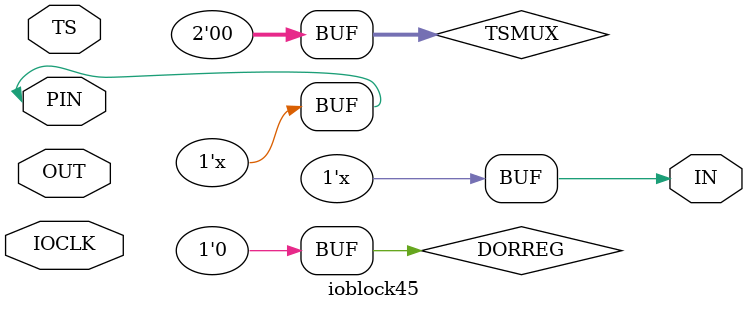
<source format=v>
module ioblock45(
	       inout  PIN,
	       input  TS,
	       input  OUT,
	       output IN,
	       input IOCLK
	       );
   
   reg 		     D;
   reg [2-1:0] 	     TSMUX;
   reg 		     DORREG;

   assign PIN = ( TSMUX == 2'b00 ) ? 1'bz : (( TSMUX == 2'b01 && TS == 1'b1 ) ? OUT : (( TSMUX == 2'b01 && TS == 1'b0 ) ? 1'bz : OUT));
   assign IN  = ( DORREG == 1'b0 ) ? PIN  : D;
   
   initial
     begin
	D=1'b0;
	TSMUX=2'b00;
	DORREG=1'b0;
     end
   
   always @(posedge IOCLK) D=PIN;
   
endmodule       

</source>
